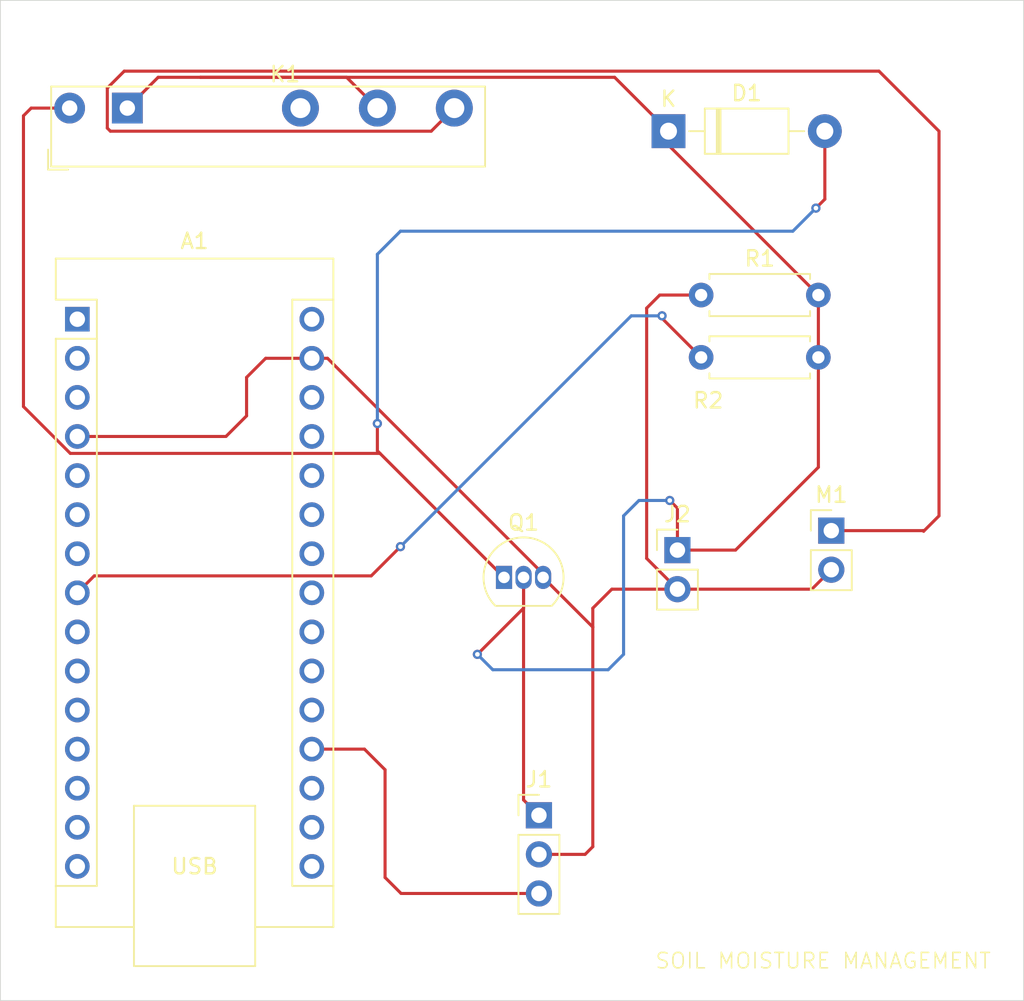
<source format=kicad_pcb>
(kicad_pcb (version 20241229) (generator "pcbnew") (generator_version "9.0")
  (layers (0 "F.Cu" signal) (2 "B.Cu" signal) (13 "F.Paste" user) (15 "B.Paste" user) (5 "F.SilkS" user "F.Silkscreen") (7 "B.SilkS" user "B.Silkscreen") (1 "F.Mask" user) (3 "B.Mask" user) (25 "Edge.Cuts" user))
  (net 0 "")
  (net 3 "Net-(A1-D5)")
  (net 5 "GND")
  (net 7 "+5V")
  (net 16 "Net-(A1-A0)")
  (net 30 "Net-(D1-A)")
  (net 31 "+12V")
  (net 33 "Net-(M1-+)")
  (footprint "Connector_PinHeader_2.54mm:PinHeader_1x03_P2.54mm_Vertical" (layer "F.Cu") (at 135 102.96)
    (property "Reference" "J1" (at 0 -2.33 0) (layer "F.SilkS"))
    (property "Value" "Conn_01x03_Pin")
    (fp_line (start -1.33 -1.33) (end 0 -1.33) (stroke (width 0.12)) (layer "F.SilkS"))
    (fp_line (start -1.33 0) (end -1.33 -1.33) (stroke (width 0.12)) (layer "F.SilkS"))
    (fp_line (start -1.33 1.27) (end -1.33 6.41) (stroke (width 0.12)) (layer "F.SilkS"))
    (fp_line (start -1.33 1.27) (end 1.33 1.27) (stroke (width 0.12)) (layer "F.SilkS"))
    (fp_line (start -1.33 6.41) (end 1.33 6.41) (stroke (width 0.12)) (layer "F.SilkS"))
    (fp_line (start 1.33 1.27) (end 1.33 6.41) (stroke (width 0.12)) (layer "F.SilkS"))
    (pad "1" thru_hole rect (at 0 0) (size 1.7 1.7) (drill 1) (layers "*.Cu" "*.Mask") (net 31 "+12V"))
    (pad "2" thru_hole oval (at 0 2.54) (size 1.7 1.7) (drill 1) (layers "*.Cu" "*.Mask") (net 5 "GND"))
    (pad "3" thru_hole oval (at 0 5.08) (size 1.7 1.7) (drill 1) (layers "*.Cu" "*.Mask") (net 16 "Net-(A1-A0)"))
  )
  (footprint "Package_TO_SOT_THT:TO-92_Inline" (layer "F.Cu") (at 132.73 87.5)
    (property "Reference" "Q1" (at 1.27 -3.56 0) (layer "F.SilkS"))
    (property "Value" "BC547")
    (fp_line (start -0.53 1.85) (end 3.07 1.85) (stroke (width 0.12)) (layer "F.SilkS"))
    (fp_arc (start -0.568478 1.838478) (mid -1.132087 -0.994977) (end 1.27 -2.6) (stroke (width 0.12)) (layer "F.SilkS"))
    (fp_arc (start 1.27 -2.6) (mid 3.672087 -0.994977) (end 3.108478 1.838478) (stroke (width 0.12)) (layer "F.SilkS"))
    (pad "1" thru_hole rect (at 0 0) (size 1.05 1.5) (drill 0.75) (layers "*.Cu" "*.Mask") (net 30 "Net-(D1-A)"))
    (pad "2" thru_hole oval (at 1.27 0) (size 1.05 1.5) (drill 0.75) (layers "*.Cu" "*.Mask") (net 31 "+12V"))
    (pad "3" thru_hole oval (at 2.54 0) (size 1.05 1.5) (drill 0.75) (layers "*.Cu" "*.Mask") (net 5 "GND"))
  )
  (footprint "Resistor_THT:R_Axial_DIN0207_L6.3mm_D2.5mm_P7.62mm_Horizontal" (layer "F.Cu") (at 145.54 69.15)
    (property "Reference" "R1" (at 3.81 -2.37 0) (layer "F.SilkS"))
    (property "Value" "1K")
    (fp_line (start 0.54 -1.37) (end 7.08 -1.37) (stroke (width 0.12)) (layer "F.SilkS"))
    (fp_line (start 0.54 -1.04) (end 0.54 -1.37) (stroke (width 0.12)) (layer "F.SilkS"))
    (fp_line (start 0.54 1.04) (end 0.54 1.37) (stroke (width 0.12)) (layer "F.SilkS"))
    (fp_line (start 0.54 1.37) (end 7.08 1.37) (stroke (width 0.12)) (layer "F.SilkS"))
    (fp_line (start 7.08 -1.37) (end 7.08 -1.04) (stroke (width 0.12)) (layer "F.SilkS"))
    (fp_line (start 7.08 1.37) (end 7.08 1.04) (stroke (width 0.12)) (layer "F.SilkS"))
    (pad "1" thru_hole circle (at 0 0) (size 1.6 1.6) (drill 0.8) (layers "*.Cu" "*.Mask") (net 5 "GND"))
    (pad "2" thru_hole oval (at 7.62 0) (size 1.6 1.6) (drill 0.8) (layers "*.Cu" "*.Mask") (net 31 "+12V"))
  )
  (footprint "Connector_PinHeader_2.54mm:PinHeader_1x02_P2.54mm_Vertical" (layer "F.Cu") (at 154 84.46)
    (property "Reference" "M1" (at 0 -2.33 0) (layer "F.SilkS"))
    (property "Value" "Motor_DC")
    (fp_line (start -1.33 -1.33) (end 0 -1.33) (stroke (width 0.12)) (layer "F.SilkS"))
    (fp_line (start -1.33 0) (end -1.33 -1.33) (stroke (width 0.12)) (layer "F.SilkS"))
    (fp_line (start -1.33 1.27) (end -1.33 3.87) (stroke (width 0.12)) (layer "F.SilkS"))
    (fp_line (start -1.33 1.27) (end 1.33 1.27) (stroke (width 0.12)) (layer "F.SilkS"))
    (fp_line (start -1.33 3.87) (end 1.33 3.87) (stroke (width 0.12)) (layer "F.SilkS"))
    (fp_line (start 1.33 1.27) (end 1.33 3.87) (stroke (width 0.12)) (layer "F.SilkS"))
    (pad "1" thru_hole rect (at 0 0) (size 1.7 1.7) (drill 1) (layers "*.Cu" "*.Mask") (net 33 "Net-(M1-+)"))
    (pad "2" thru_hole oval (at 0 2.54) (size 1.7 1.7) (drill 1) (layers "*.Cu" "*.Mask") (net 5 "GND"))
  )
  (footprint "Resistor_THT:R_Axial_DIN0207_L6.3mm_D2.5mm_P7.62mm_Horizontal" (layer "F.Cu") (at 145.54 73.2)
    (property "Reference" "R2" (at 0.46 2.8 0) (layer "F.SilkS"))
    (property "Value" "10k")
    (fp_line (start 0.54 -1.37) (end 7.08 -1.37) (stroke (width 0.12)) (layer "F.SilkS"))
    (fp_line (start 0.54 -1.04) (end 0.54 -1.37) (stroke (width 0.12)) (layer "F.SilkS"))
    (fp_line (start 0.54 1.04) (end 0.54 1.37) (stroke (width 0.12)) (layer "F.SilkS"))
    (fp_line (start 0.54 1.37) (end 7.08 1.37) (stroke (width 0.12)) (layer "F.SilkS"))
    (fp_line (start 7.08 -1.37) (end 7.08 -1.04) (stroke (width 0.12)) (layer "F.SilkS"))
    (fp_line (start 7.08 1.37) (end 7.08 1.04) (stroke (width 0.12)) (layer "F.SilkS"))
    (pad "1" thru_hole circle (at 0 0) (size 1.6 1.6) (drill 0.8) (layers "*.Cu" "*.Mask") (net 3 "Net-(A1-D5)"))
    (pad "2" thru_hole oval (at 7.62 0) (size 1.6 1.6) (drill 0.8) (layers "*.Cu" "*.Mask") (net 31 "+12V"))
  )
  (footprint "Connector_PinHeader_2.54mm:PinHeader_1x02_P2.54mm_Vertical" (layer "F.Cu") (at 144 85.725)
    (property "Reference" "J2" (at 0 -2.33 0) (layer "F.SilkS"))
    (property "Value" "Conn_01x02_Pin")
    (fp_line (start -1.33 -1.33) (end 0 -1.33) (stroke (width 0.12)) (layer "F.SilkS"))
    (fp_line (start -1.33 0) (end -1.33 -1.33) (stroke (width 0.12)) (layer "F.SilkS"))
    (fp_line (start -1.33 1.27) (end -1.33 3.87) (stroke (width 0.12)) (layer "F.SilkS"))
    (fp_line (start -1.33 1.27) (end 1.33 1.27) (stroke (width 0.12)) (layer "F.SilkS"))
    (fp_line (start -1.33 3.87) (end 1.33 3.87) (stroke (width 0.12)) (layer "F.SilkS"))
    (fp_line (start 1.33 1.27) (end 1.33 3.87) (stroke (width 0.12)) (layer "F.SilkS"))
    (pad "1" thru_hole rect (at 0 0) (size 1.7 1.7) (drill 1) (layers "*.Cu" "*.Mask") (net 31 "+12V"))
    (pad "2" thru_hole oval (at 0 2.54) (size 1.7 1.7) (drill 1) (layers "*.Cu" "*.Mask") (net 5 "GND"))
  )
  (footprint "Module:Arduino_Nano" (layer "F.Cu") (at 105 70.72)
    (property "Reference" "A1" (at 7.62 -5.08 0) (layer "F.SilkS"))
    (property "Value" "Arduino_Nano_ESP32")
    (fp_line (start -1.4 -3.94) (end -1.4 -1.27) (stroke (width 0.12)) (layer "F.SilkS"))
    (fp_line (start -1.4 1.27) (end -1.4 39.5) (stroke (width 0.12)) (layer "F.SilkS"))
    (fp_line (start -1.4 39.5) (end 3.68 39.5) (stroke (width 0.12)) (layer "F.SilkS"))
    (fp_line (start 1.27 -1.27) (end -1.4 -1.27) (stroke (width 0.12)) (layer "F.SilkS"))
    (fp_line (start 1.27 1.27) (end -1.4 1.27) (stroke (width 0.12)) (layer "F.SilkS"))
    (fp_line (start 1.27 1.27) (end 1.27 -1.27) (stroke (width 0.12)) (layer "F.SilkS"))
    (fp_line (start 1.27 1.27) (end 1.27 36.83) (stroke (width 0.12)) (layer "F.SilkS"))
    (fp_line (start 1.27 36.83) (end -1.4 36.83) (stroke (width 0.12)) (layer "F.SilkS"))
    (fp_line (start 3.68 31.62) (end 11.56 31.62) (stroke (width 0.12)) (layer "F.SilkS"))
    (fp_line (start 3.68 42.04) (end 3.68 31.62) (stroke (width 0.12)) (layer "F.SilkS"))
    (fp_line (start 11.56 31.62) (end 11.56 42.04) (stroke (width 0.12)) (layer "F.SilkS"))
    (fp_line (start 11.56 42.04) (end 3.68 42.04) (stroke (width 0.12)) (layer "F.SilkS"))
    (fp_line (start 13.97 -1.27) (end 13.97 36.83) (stroke (width 0.12)) (layer "F.SilkS"))
    (fp_line (start 13.97 -1.27) (end 16.64 -1.27) (stroke (width 0.12)) (layer "F.SilkS"))
    (fp_line (start 13.97 36.83) (end 16.64 36.83) (stroke (width 0.12)) (layer "F.SilkS"))
    (fp_line (start 16.64 -3.94) (end -1.4 -3.94) (stroke (width 0.12)) (layer "F.SilkS"))
    (fp_line (start 16.64 39.5) (end 11.56 39.5) (stroke (width 0.12)) (layer "F.SilkS"))
    (fp_line (start 16.64 39.5) (end 16.64 -3.94) (stroke (width 0.12)) (layer "F.SilkS"))
    (fp_text user "USB" (at 7.62 35.56 0) (layer "F.SilkS"))
    (pad "1" thru_hole rect (at 0 0) (size 1.6 1.6) (drill 1) (layers "*.Cu" "*.Mask"))
    (pad "2" thru_hole oval (at 0 2.54) (size 1.6 1.6) (drill 1) (layers "*.Cu" "*.Mask"))
    (pad "3" thru_hole oval (at 0 5.08) (size 1.6 1.6) (drill 1) (layers "*.Cu" "*.Mask"))
    (pad "4" thru_hole oval (at 0 7.62) (size 1.6 1.6) (drill 1) (layers "*.Cu" "*.Mask") (net 5 "GND"))
    (pad "5" thru_hole oval (at 0 10.16) (size 1.6 1.6) (drill 1) (layers "*.Cu" "*.Mask"))
    (pad "6" thru_hole oval (at 0 12.7) (size 1.6 1.6) (drill 1) (layers "*.Cu" "*.Mask"))
    (pad "7" thru_hole oval (at 0 15.24) (size 1.6 1.6) (drill 1) (layers "*.Cu" "*.Mask"))
    (pad "8" thru_hole oval (at 0 17.78) (size 1.6 1.6) (drill 1) (layers "*.Cu" "*.Mask") (net 3 "Net-(A1-D5)"))
    (pad "9" thru_hole oval (at 0 20.32) (size 1.6 1.6) (drill 1) (layers "*.Cu" "*.Mask"))
    (pad "10" thru_hole oval (at 0 22.86) (size 1.6 1.6) (drill 1) (layers "*.Cu" "*.Mask"))
    (pad "11" thru_hole oval (at 0 25.4) (size 1.6 1.6) (drill 1) (layers "*.Cu" "*.Mask"))
    (pad "12" thru_hole oval (at 0 27.94) (size 1.6 1.6) (drill 1) (layers "*.Cu" "*.Mask"))
    (pad "13" thru_hole oval (at 0 30.48) (size 1.6 1.6) (drill 1) (layers "*.Cu" "*.Mask"))
    (pad "14" thru_hole oval (at 0 33.02) (size 1.6 1.6) (drill 1) (layers "*.Cu" "*.Mask"))
    (pad "15" thru_hole oval (at 0 35.56) (size 1.6 1.6) (drill 1) (layers "*.Cu" "*.Mask"))
    (pad "16" thru_hole oval (at 15.24 35.56) (size 1.6 1.6) (drill 1) (layers "*.Cu" "*.Mask"))
    (pad "17" thru_hole oval (at 15.24 33.02) (size 1.6 1.6) (drill 1) (layers "*.Cu" "*.Mask"))
    (pad "18" thru_hole oval (at 15.24 30.48) (size 1.6 1.6) (drill 1) (layers "*.Cu" "*.Mask"))
    (pad "19" thru_hole oval (at 15.24 27.94) (size 1.6 1.6) (drill 1) (layers "*.Cu" "*.Mask") (net 16 "Net-(A1-A0)"))
    (pad "20" thru_hole oval (at 15.24 25.4) (size 1.6 1.6) (drill 1) (layers "*.Cu" "*.Mask"))
    (pad "21" thru_hole oval (at 15.24 22.86) (size 1.6 1.6) (drill 1) (layers "*.Cu" "*.Mask"))
    (pad "22" thru_hole oval (at 15.24 20.32) (size 1.6 1.6) (drill 1) (layers "*.Cu" "*.Mask"))
    (pad "23" thru_hole oval (at 15.24 17.78) (size 1.6 1.6) (drill 1) (layers "*.Cu" "*.Mask"))
    (pad "24" thru_hole oval (at 15.24 15.24) (size 1.6 1.6) (drill 1) (layers "*.Cu" "*.Mask"))
    (pad "25" thru_hole oval (at 15.24 12.7) (size 1.6 1.6) (drill 1) (layers "*.Cu" "*.Mask"))
    (pad "26" thru_hole oval (at 15.24 10.16) (size 1.6 1.6) (drill 1) (layers "*.Cu" "*.Mask"))
    (pad "27" thru_hole oval (at 15.24 7.62) (size 1.6 1.6) (drill 1) (layers "*.Cu" "*.Mask"))
    (pad "28" thru_hole oval (at 15.24 5.08) (size 1.6 1.6) (drill 1) (layers "*.Cu" "*.Mask"))
    (pad "29" thru_hole oval (at 15.24 2.54) (size 1.6 1.6) (drill 1) (layers "*.Cu" "*.Mask") (net 5 "GND"))
    (pad "30" thru_hole oval (at 15.24 0) (size 1.6 1.6) (drill 1) (layers "*.Cu" "*.Mask") (net 7 "+5V"))
  )
  (footprint "Relay_THT:Relay_SPDT_Finder_34.51_Vertical" (layer "F.Cu") (at 108.25 57)
    (property "Reference" "K1" (at 10.25 -2.2 0) (layer "F.SilkS"))
    (property "Value" "Relay_SPDT")
    (fp_line (start -5.15 4) (end -5.15 2.7) (stroke (width 0.12)) (layer "F.SilkS"))
    (fp_line (start -4.95 -1.4) (end 23.25 -1.4) (stroke (width 0.12)) (layer "F.SilkS"))
    (fp_line (start -4.95 3.8) (end -4.95 -1.4) (stroke (width 0.12)) (layer "F.SilkS"))
    (fp_line (start -3.85 4) (end -5.15 4) (stroke (width 0.12)) (layer "F.SilkS"))
    (fp_line (start 23.25 -1.4) (end 23.25 3.8) (stroke (width 0.12)) (layer "F.SilkS"))
    (fp_line (start 23.25 3.8) (end -4.95 3.8) (stroke (width 0.12)) (layer "F.SilkS"))
    (pad "11" thru_hole circle (at 16.25 0) (size 2.4 2.4) (drill 1.3) (layers "*.Cu" "*.Mask") (net 31 "+12V"))
    (pad "12" thru_hole circle (at 11.25 0) (size 2.4 2.4) (drill 1.3) (layers "*.Cu" "*.Mask"))
    (pad "14" thru_hole circle (at 21.25 0) (size 2.4 2.4) (drill 1.3) (layers "*.Cu" "*.Mask") (net 33 "Net-(M1-+)"))
    (pad "A1" thru_hole rect (at 0 0) (size 2 2) (drill 1) (layers "*.Cu" "*.Mask") (net 31 "+12V"))
    (pad "A2" thru_hole circle (at -3.75 0) (size 2 2) (drill 1) (layers "*.Cu" "*.Mask") (net 30 "Net-(D1-A)"))
  )
  (footprint "Diode_THT:D_DO-41_SOD81_P10.16mm_Horizontal" (layer "F.Cu") (at 143.42 58.5)
    (property "Reference" "D1" (at 5.08 -2.47 0) (layer "F.SilkS"))
    (property "Value" "1N4007")
    (fp_line (start 1.34 0) (end 2.36 0) (stroke (width 0.12)) (layer "F.SilkS"))
    (fp_line (start 2.36 -1.47) (end 2.36 1.47) (stroke (width 0.12)) (layer "F.SilkS"))
    (fp_line (start 2.36 1.47) (end 7.8 1.47) (stroke (width 0.12)) (layer "F.SilkS"))
    (fp_line (start 3.14 -1.47) (end 3.14 1.47) (stroke (width 0.12)) (layer "F.SilkS"))
    (fp_line (start 3.26 -1.47) (end 3.26 1.47) (stroke (width 0.12)) (layer "F.SilkS"))
    (fp_line (start 3.38 -1.47) (end 3.38 1.47) (stroke (width 0.12)) (layer "F.SilkS"))
    (fp_line (start 7.8 -1.47) (end 2.36 -1.47) (stroke (width 0.12)) (layer "F.SilkS"))
    (fp_line (start 7.8 1.47) (end 7.8 -1.47) (stroke (width 0.12)) (layer "F.SilkS"))
    (fp_line (start 8.82 0) (end 7.8 0) (stroke (width 0.12)) (layer "F.SilkS"))
    (fp_text user "K" (at 0 -2.1 0) (layer "F.SilkS"))
    (pad "1" thru_hole rect (at 0 0) (size 2.2 2.2) (drill 1.1) (layers "*.Cu" "*.Mask") (net 31 "+12V"))
    (pad "2" thru_hole oval (at 10.16 0) (size 2.2 2.2) (drill 1.1) (layers "*.Cu" "*.Mask") (net 30 "Net-(D1-A)"))
  )
  (gr_rect (start 100 50) (end 166.5 115) (stroke (width 0.05)) (fill no) (layer "Edge.Cuts"))
  (gr_text "SOIL MOISTURE MANAGEMENT" (at 142.5 113 0) (layer "F.SilkS") (effects (font (size 1 1) (thickness 0.1)) (justify left bottom)))
  (segment (start 143 70.66) (end 143 70.5) (width 0.2) (layer "F.Cu") (net 3))
  (segment (start 105 88.5) (end 106.101 87.399) (width 0.2) (layer "F.Cu") (net 3))
  (segment (start 124.101 87.399) (end 126 85.5) (width 0.2) (layer "F.Cu") (net 3))
  (segment (start 106.101 87.399) (end 124.101 87.399) (width 0.2) (layer "F.Cu") (net 3))
  (segment (start 145.54 73.2) (end 143 70.66) (width 0.2) (layer "F.Cu") (net 3))
  (via (at 126 85.5) (size 0.6) (drill 0.3) (layers "F.Cu" "B.Cu") (net 3))
  (via (at 143 70.5) (size 0.6) (drill 0.3) (layers "F.Cu" "B.Cu") (net 3))
  (segment (start 126 85.5) (end 141 70.5) (width 0.2) (layer "B.Cu") (net 3))
  (segment (start 141 70.5) (end 143 70.5) (width 0.2) (layer "B.Cu") (net 3))
  (segment (start 117.24 73.26) (end 120.24 73.26) (width 0.2) (layer "F.Cu") (net 5))
  (segment (start 138.5 90.73) (end 138.5 89.5) (width 0.2) (layer "F.Cu") (net 5))
  (segment (start 142 86.265) (end 144 88.265) (width 0.2) (layer "F.Cu") (net 5))
  (segment (start 114.66 78.34) (end 116 77) (width 0.2) (layer "F.Cu") (net 5))
  (segment (start 135.27 87.27) (end 121.26 73.26) (width 0.2) (layer "F.Cu") (net 5))
  (segment (start 145.54 69.15) (end 142.85 69.15) (width 0.2) (layer "F.Cu") (net 5))
  (segment (start 135.27 87.5) (end 138.5 90.73) (width 0.2) (layer "F.Cu") (net 5))
  (segment (start 121.26 73.26) (end 120.24 73.26) (width 0.2) (layer "F.Cu") (net 5))
  (segment (start 139.735 88.265) (end 144 88.265) (width 0.2) (layer "F.Cu") (net 5))
  (segment (start 154 87) (end 152.735 88.265) (width 0.2) (layer "F.Cu") (net 5))
  (segment (start 135.27 87.5) (end 135.27 87.27) (width 0.2) (layer "F.Cu") (net 5))
  (segment (start 142 70) (end 142 86.265) (width 0.2) (layer "F.Cu") (net 5))
  (segment (start 105 78.34) (end 114.66 78.34) (width 0.2) (layer "F.Cu") (net 5))
  (segment (start 142.85 69.15) (end 142 70) (width 0.2) (layer "F.Cu") (net 5))
  (segment (start 116 74.5) (end 117.24 73.26) (width 0.2) (layer "F.Cu") (net 5))
  (segment (start 138 105.5) (end 135 105.5) (width 0.2) (layer "F.Cu") (net 5))
  (segment (start 116 77) (end 116 74.5) (width 0.2) (layer "F.Cu") (net 5))
  (segment (start 152.735 88.265) (end 144 88.265) (width 0.2) (layer "F.Cu") (net 5))
  (segment (start 138.5 90.73) (end 138.5 105) (width 0.2) (layer "F.Cu") (net 5))
  (segment (start 138.5 89.5) (end 139.735 88.265) (width 0.2) (layer "F.Cu") (net 5))
  (segment (start 138.5 105) (end 138 105.5) (width 0.2) (layer "F.Cu") (net 5))
  (segment (start 125 100) (end 123.66 98.66) (width 0.2) (layer "F.Cu") (net 16))
  (segment (start 126.04 108.04) (end 125 107) (width 0.2) (layer "F.Cu") (net 16))
  (segment (start 123.66 98.66) (end 120.24 98.66) (width 0.2) (layer "F.Cu") (net 16))
  (segment (start 135 108.04) (end 126.04 108.04) (width 0.2) (layer "F.Cu") (net 16))
  (segment (start 125 107) (end 125 100) (width 0.2) (layer "F.Cu") (net 16))
  (segment (start 124.671 79.441) (end 124.5 79.27) (width 0.2) (layer "F.Cu") (net 30))
  (segment (start 124.671 79.441) (end 132.73 87.5) (width 0.2) (layer "F.Cu") (net 30))
  (segment (start 102 57) (end 101.5 57.5) (width 0.2) (layer "F.Cu") (net 30))
  (segment (start 104.54395 79.441) (end 124.671 79.441) (width 0.2) (layer "F.Cu") (net 30))
  (segment (start 153.58 62.92) (end 153.58 58.5) (width 0.2) (layer "F.Cu") (net 30))
  (segment (start 153 63.5) (end 153.58 62.92) (width 0.2) (layer "F.Cu") (net 30))
  (segment (start 101.5 57.5) (end 101.5 76.39705) (width 0.2) (layer "F.Cu") (net 30))
  (segment (start 101.5 76.39705) (end 104.54395 79.441) (width 0.2) (layer "F.Cu") (net 30))
  (segment (start 104.5 57) (end 102 57) (width 0.2) (layer "F.Cu") (net 30))
  (segment (start 124.5 79.27) (end 124.5 77.5) (width 0.2) (layer "F.Cu") (net 30))
  (via (at 124.5 77.5) (size 0.6) (drill 0.3) (layers "F.Cu" "B.Cu") (net 30))
  (via (at 153 63.5) (size 0.6) (drill 0.3) (layers "F.Cu" "B.Cu") (net 30))
  (segment (start 151.5 65) (end 153 63.5) (width 0.2) (layer "B.Cu") (net 30))
  (segment (start 126 65) (end 151.5 65) (width 0.2) (layer "B.Cu") (net 30))
  (segment (start 124.5 77.5) (end 124.5 66.5) (width 0.2) (layer "B.Cu") (net 30))
  (segment (start 124.5 66.5) (end 126 65) (width 0.2) (layer "B.Cu") (net 30))
  (segment (start 139.92 55) (end 113 55) (width 0.2) (layer "F.Cu") (net 31))
  (segment (start 134 87.5) (end 134 101.96) (width 0.2) (layer "F.Cu") (net 31))
  (segment (start 143.42 59.41) (end 143.42 58.5) (width 0.2) (layer "F.Cu") (net 31))
  (segment (start 144 85.725) (end 147.775 85.725) (width 0.2) (layer "F.Cu") (net 31))
  (segment (start 113 55) (end 110.25 55) (width 0.2) (layer "F.Cu") (net 31))
  (segment (start 122.5 55) (end 113 55) (width 0.2) (layer "F.Cu") (net 31))
  (segment (start 134 89.5) (end 131 92.5) (width 0.2) (layer "F.Cu") (net 31))
  (segment (start 143.42 58.5) (end 139.92 55) (width 0.2) (layer "F.Cu") (net 31))
  (segment (start 124.5 57) (end 122.5 55) (width 0.2) (layer "F.Cu") (net 31))
  (segment (start 110.25 55) (end 108.25 57) (width 0.2) (layer "F.Cu") (net 31))
  (segment (start 134 101.96) (end 135 102.96) (width 0.2) (layer "F.Cu") (net 31))
  (segment (start 153.16 73.2) (end 153.16 69.15) (width 0.2) (layer "F.Cu") (net 31))
  (segment (start 147.775 85.725) (end 153.16 80.34) (width 0.2) (layer "F.Cu") (net 31))
  (segment (start 144 85.725) (end 144 83) (width 0.2) (layer "F.Cu") (net 31))
  (segment (start 144 83) (end 143.5 82.5) (width 0.2) (layer "F.Cu") (net 31))
  (segment (start 153.16 80.34) (end 153.16 73.2) (width 0.2) (layer "F.Cu") (net 31))
  (segment (start 134 87.5) (end 134 89.5) (width 0.2) (layer "F.Cu") (net 31))
  (segment (start 153.16 69.15) (end 143.42 59.41) (width 0.2) (layer "F.Cu") (net 31))
  (via (at 131 92.5) (size 0.6) (drill 0.3) (layers "F.Cu" "B.Cu") (net 31))
  (via (at 143.5 82.5) (size 0.6) (drill 0.3) (layers "F.Cu" "B.Cu") (net 31))
  (segment (start 143.5 82.5) (end 141.5 82.5) (width 0.2) (layer "B.Cu") (net 31))
  (segment (start 132 93.5) (end 139.5 93.5) (width 0.2) (layer "B.Cu") (net 31))
  (segment (start 141.5 82.5) (end 140.5 83.5) (width 0.2) (layer "B.Cu") (net 31))
  (segment (start 132 93.5) (end 131 92.5) (width 0.2) (layer "B.Cu") (net 31))
  (segment (start 139.5 93.5) (end 140.5 92.5) (width 0.2) (layer "B.Cu") (net 31))
  (segment (start 140.5 92.5) (end 140.5 83.5) (width 0.2) (layer "B.Cu") (net 31))
  (segment (start 127.999 58.501) (end 107.149 58.501) (width 0.2) (layer "F.Cu") (net 33))
  (segment (start 160 84.5) (end 159.96 84.46) (width 0.2) (layer "F.Cu") (net 33))
  (segment (start 157.099 54.599) (end 161 58.5) (width 0.2) (layer "F.Cu") (net 33))
  (segment (start 161 83.5) (end 160 84.5) (width 0.2) (layer "F.Cu") (net 33))
  (segment (start 106.949 58.301) (end 106.949 55.699) (width 0.2) (layer "F.Cu") (net 33))
  (segment (start 129.5 57) (end 127.999 58.501) (width 0.2) (layer "F.Cu") (net 33))
  (segment (start 108.049 54.599) (end 157.099 54.599) (width 0.2) (layer "F.Cu") (net 33))
  (segment (start 159.96 84.46) (end 154 84.46) (width 0.2) (layer "F.Cu") (net 33))
  (segment (start 107.149 58.501) (end 106.949 58.301) (width 0.2) (layer "F.Cu") (net 33))
  (segment (start 161 58.5) (end 161 83.5) (width 0.2) (layer "F.Cu") (net 33))
  (segment (start 106.949 55.699) (end 108.049 54.599) (width 0.2) (layer "F.Cu") (net 33))
)
</source>
